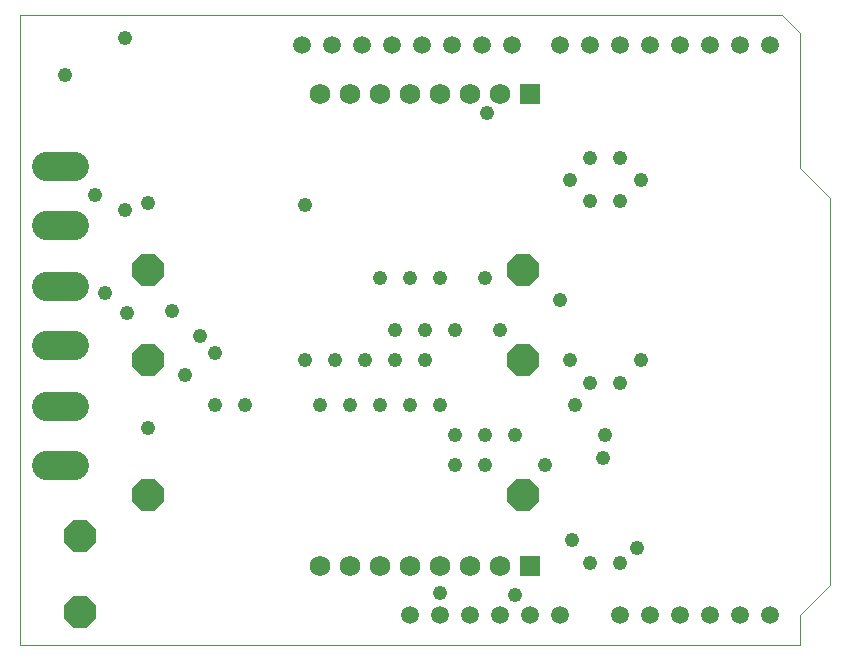
<source format=gbs>
G75*
G70*
%OFA0B0*%
%FSLAX24Y24*%
%IPPOS*%
%LPD*%
%AMOC8*
5,1,8,0,0,1.08239X$1,22.5*
%
%ADD10C,0.0000*%
%ADD11OC8,0.1040*%
%ADD12R,0.0683X0.0683*%
%ADD13C,0.0683*%
%ADD14C,0.0591*%
%ADD15C,0.0977*%
%ADD16C,0.0490*%
D10*
X000867Y004800D02*
X026867Y004800D01*
X026867Y005800D01*
X027867Y006800D01*
X027867Y019700D01*
X026867Y020700D01*
X026867Y025200D01*
X026267Y025800D01*
X000867Y025800D01*
X000867Y004800D01*
D11*
X002867Y005895D03*
X002867Y008455D03*
X005117Y009800D03*
X005117Y014300D03*
X005117Y017300D03*
X017617Y017300D03*
X017617Y014300D03*
X017617Y009800D03*
D12*
X017867Y007426D03*
X017867Y023174D03*
D13*
X016867Y023174D03*
X015867Y023174D03*
X014867Y023174D03*
X013867Y023174D03*
X012867Y023174D03*
X011867Y023174D03*
X010867Y023174D03*
X010867Y007426D03*
X011867Y007426D03*
X012867Y007426D03*
X013867Y007426D03*
X014867Y007426D03*
X015867Y007426D03*
X016867Y007426D03*
D14*
X016867Y005800D03*
X017867Y005800D03*
X018867Y005800D03*
X020867Y005800D03*
X021867Y005800D03*
X022867Y005800D03*
X023867Y005800D03*
X024867Y005800D03*
X025867Y005800D03*
X015867Y005800D03*
X014867Y005800D03*
X013867Y005800D03*
X014267Y024800D03*
X013267Y024800D03*
X012267Y024800D03*
X011267Y024800D03*
X010267Y024800D03*
X015267Y024800D03*
X016267Y024800D03*
X017267Y024800D03*
X018867Y024800D03*
X019867Y024800D03*
X020867Y024800D03*
X021867Y024800D03*
X022867Y024800D03*
X023867Y024800D03*
X024867Y024800D03*
X025867Y024800D03*
D15*
X002658Y020784D02*
X001721Y020784D01*
X001721Y018816D02*
X002658Y018816D01*
X002658Y016784D02*
X001721Y016784D01*
X001721Y014816D02*
X002658Y014816D01*
X002658Y012784D02*
X001721Y012784D01*
X001721Y010816D02*
X002658Y010816D01*
D16*
X005117Y012050D03*
X006367Y013800D03*
X007367Y014550D03*
X006867Y015113D03*
X005929Y015925D03*
X004429Y015863D03*
X003679Y016550D03*
X004367Y019300D03*
X005117Y019550D03*
X003367Y019800D03*
X002367Y023800D03*
X004367Y025050D03*
X010367Y019488D03*
X012867Y017050D03*
X013867Y017050D03*
X014867Y017050D03*
X016367Y017050D03*
X016867Y015300D03*
X015367Y015300D03*
X014367Y015300D03*
X014367Y014300D03*
X013367Y014300D03*
X013367Y015300D03*
X012367Y014300D03*
X011367Y014300D03*
X010367Y014300D03*
X010867Y012800D03*
X011867Y012800D03*
X012867Y012800D03*
X013867Y012800D03*
X014867Y012800D03*
X015367Y011800D03*
X016367Y011800D03*
X017367Y011800D03*
X018367Y010800D03*
X020304Y011050D03*
X020367Y011800D03*
X019367Y012800D03*
X019867Y013550D03*
X019179Y014300D03*
X020867Y013550D03*
X021554Y014300D03*
X018867Y016300D03*
X019867Y019613D03*
X019179Y020300D03*
X019867Y021050D03*
X020867Y021050D03*
X021554Y020300D03*
X020867Y019613D03*
X016429Y022550D03*
X008367Y012800D03*
X007367Y012800D03*
X014867Y006550D03*
X017367Y006488D03*
X019242Y008300D03*
X019867Y007550D03*
X020867Y007550D03*
X021429Y008050D03*
X016367Y010800D03*
X015367Y010800D03*
M02*

</source>
